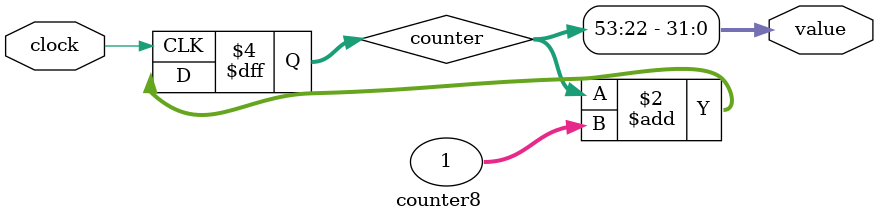
<source format=sv>
`timescale 1ns / 1ps

`timescale 1ns / 1ps
`default_nettype none

module counter8(
    input wire clock,
    output wire [31:0] value
    );
    
    logic [63:0] counter = 0;
    assign value = counter[53:22];
    
    always_ff @(posedge clock) begin
        counter <= (counter + 1);
    end    
    
endmodule

</source>
